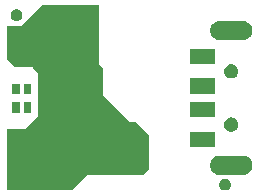
<source format=gbs>
G04 #@! TF.GenerationSoftware,KiCad,Pcbnew,(5.0.1)-4*
G04 #@! TF.CreationDate,2019-02-20T12:29:10+01:00*
G04 #@! TF.ProjectId,nk-fido2,6E6B2D6669646F322E6B696361645F70,R1*
G04 #@! TF.SameCoordinates,PX791ddc0PY5e69114*
G04 #@! TF.FileFunction,Soldermask,Bot*
G04 #@! TF.FilePolarity,Negative*
%FSLAX46Y46*%
G04 Gerber Fmt 4.6, Leading zero omitted, Abs format (unit mm)*
G04 Created by KiCad (PCBNEW (5.0.1)-4) date 20.02.2019 12:29:10*
%MOMM*%
%LPD*%
G01*
G04 APERTURE LIST*
%ADD10C,0.150000*%
G04 APERTURE END LIST*
D10*
G36*
X6625045Y-6872715D02*
X6716039Y-6910406D01*
X6797931Y-6965125D01*
X6867575Y-7034769D01*
X6922294Y-7116661D01*
X6959985Y-7207655D01*
X6979200Y-7304254D01*
X6979200Y-7402746D01*
X6959985Y-7499345D01*
X6922294Y-7590339D01*
X6867575Y-7672231D01*
X6797931Y-7741875D01*
X6716039Y-7796594D01*
X6625045Y-7834285D01*
X6528446Y-7853500D01*
X6429954Y-7853500D01*
X6333355Y-7834285D01*
X6242361Y-7796594D01*
X6160469Y-7741875D01*
X6090825Y-7672231D01*
X6036106Y-7590339D01*
X5998415Y-7499345D01*
X5979200Y-7402746D01*
X5979200Y-7304254D01*
X5998415Y-7207655D01*
X6036106Y-7116661D01*
X6090825Y-7034769D01*
X6160469Y-6965125D01*
X6242361Y-6910406D01*
X6333355Y-6872715D01*
X6429954Y-6853500D01*
X6528446Y-6853500D01*
X6625045Y-6872715D01*
X6625045Y-6872715D01*
G37*
G36*
X-4220800Y2871856D02*
X-4220320Y2866979D01*
X-4218897Y2862289D01*
X-4216587Y2857967D01*
X-4213478Y2854178D01*
X-3820800Y2461500D01*
X-3820800Y271856D01*
X-3820320Y266979D01*
X-3818897Y262289D01*
X-3816587Y257967D01*
X-3813478Y254178D01*
X-1528122Y-2031178D01*
X-1524333Y-2034287D01*
X-1520011Y-2036597D01*
X-1515321Y-2038020D01*
X-1510444Y-2038500D01*
X-1070800Y-2038500D01*
X29200Y-3138500D01*
X29200Y-6088500D01*
X-470800Y-6588500D01*
X-5210444Y-6588500D01*
X-5215321Y-6588980D01*
X-5220011Y-6590403D01*
X-5224333Y-6592713D01*
X-5228122Y-6595822D01*
X-6470800Y-7838500D01*
X-11970800Y-7838500D01*
X-11970800Y-2688500D01*
X-10481156Y-2688500D01*
X-10476279Y-2688020D01*
X-10471589Y-2686597D01*
X-10467267Y-2684287D01*
X-10463478Y-2681178D01*
X-9328122Y-1545822D01*
X-9325013Y-1542033D01*
X-9322703Y-1537711D01*
X-9321280Y-1533021D01*
X-9320800Y-1528144D01*
X-9320800Y2051144D01*
X-9321280Y2056021D01*
X-9322703Y2060711D01*
X-9325013Y2065033D01*
X-9328122Y2068822D01*
X-9813478Y2554178D01*
X-9817267Y2557287D01*
X-9821589Y2559597D01*
X-9826279Y2561020D01*
X-9831156Y2561500D01*
X-11320800Y2561500D01*
X-11970800Y3211500D01*
X-11970800Y6061500D01*
X-10781156Y6061500D01*
X-10776279Y6061980D01*
X-10771589Y6063403D01*
X-10767267Y6065713D01*
X-10763478Y6068822D01*
X-9020800Y7811500D01*
X-4220800Y7811500D01*
X-4220800Y2871856D01*
X-4220800Y2871856D01*
G37*
G36*
X8156029Y-4926764D02*
X8306937Y-4972542D01*
X8446015Y-5046880D01*
X8567917Y-5146923D01*
X8667960Y-5268825D01*
X8742298Y-5407903D01*
X8788076Y-5558811D01*
X8803533Y-5715750D01*
X8788076Y-5872689D01*
X8742298Y-6023597D01*
X8667960Y-6162675D01*
X8567917Y-6284577D01*
X8446015Y-6384620D01*
X8306937Y-6458958D01*
X8156029Y-6504736D01*
X8038414Y-6516320D01*
X5960786Y-6516320D01*
X5843171Y-6504736D01*
X5692263Y-6458958D01*
X5553185Y-6384620D01*
X5431283Y-6284577D01*
X5331240Y-6162675D01*
X5256902Y-6023597D01*
X5211124Y-5872689D01*
X5195667Y-5715750D01*
X5211124Y-5558811D01*
X5256902Y-5407903D01*
X5331240Y-5268825D01*
X5431283Y-5146923D01*
X5553185Y-5046880D01*
X5692263Y-4972542D01*
X5843171Y-4926764D01*
X5960786Y-4915180D01*
X8038414Y-4915180D01*
X8156029Y-4926764D01*
X8156029Y-4926764D01*
G37*
G36*
X5648510Y-4165550D02*
X3549530Y-4165550D01*
X3549530Y-2866670D01*
X5648510Y-2866670D01*
X5648510Y-4165550D01*
X5648510Y-4165550D01*
G37*
G36*
X7174587Y-1689574D02*
X7283764Y-1734796D01*
X7382021Y-1800449D01*
X7465581Y-1884009D01*
X7531234Y-1982266D01*
X7576456Y-2091443D01*
X7599510Y-2207344D01*
X7599510Y-2325516D01*
X7576456Y-2441417D01*
X7531234Y-2550594D01*
X7465581Y-2648851D01*
X7382021Y-2732411D01*
X7283764Y-2798064D01*
X7174587Y-2843286D01*
X7058686Y-2866340D01*
X6940514Y-2866340D01*
X6824613Y-2843286D01*
X6715436Y-2798064D01*
X6617179Y-2732411D01*
X6533619Y-2648851D01*
X6467966Y-2550594D01*
X6422744Y-2441417D01*
X6399690Y-2325516D01*
X6399690Y-2207344D01*
X6422744Y-2091443D01*
X6467966Y-1982266D01*
X6533619Y-1884009D01*
X6617179Y-1800449D01*
X6715436Y-1734796D01*
X6824613Y-1689574D01*
X6940514Y-1666520D01*
X7058686Y-1666520D01*
X7174587Y-1689574D01*
X7174587Y-1689574D01*
G37*
G36*
X5648510Y-1666190D02*
X3549530Y-1666190D01*
X3549530Y-367310D01*
X5648510Y-367310D01*
X5648510Y-1666190D01*
X5648510Y-1666190D01*
G37*
G36*
X-9925800Y-1303500D02*
X-10575800Y-1303500D01*
X-10575800Y-403500D01*
X-9925800Y-403500D01*
X-9925800Y-1303500D01*
X-9925800Y-1303500D01*
G37*
G36*
X-10865800Y-1303500D02*
X-11515800Y-1303500D01*
X-11515800Y-403500D01*
X-10865800Y-403500D01*
X-10865800Y-1303500D01*
X-10865800Y-1303500D01*
G37*
G36*
X-10865800Y296500D02*
X-11515800Y296500D01*
X-11515800Y1196500D01*
X-10865800Y1196500D01*
X-10865800Y296500D01*
X-10865800Y296500D01*
G37*
G36*
X-9925800Y296500D02*
X-10575800Y296500D01*
X-10575800Y1196500D01*
X-9925800Y1196500D01*
X-9925800Y296500D01*
X-9925800Y296500D01*
G37*
G36*
X5648510Y350570D02*
X3549530Y350570D01*
X3549530Y1649450D01*
X5648510Y1649450D01*
X5648510Y350570D01*
X5648510Y350570D01*
G37*
G36*
X7174587Y2811306D02*
X7283764Y2766084D01*
X7382021Y2700431D01*
X7465581Y2616871D01*
X7531234Y2518614D01*
X7576456Y2409437D01*
X7599510Y2293536D01*
X7599510Y2175364D01*
X7576456Y2059463D01*
X7531234Y1950286D01*
X7465581Y1852029D01*
X7382021Y1768469D01*
X7283764Y1702816D01*
X7174587Y1657594D01*
X7058686Y1634540D01*
X6940514Y1634540D01*
X6824613Y1657594D01*
X6715436Y1702816D01*
X6617179Y1768469D01*
X6533619Y1852029D01*
X6467966Y1950286D01*
X6422744Y2059463D01*
X6399690Y2175364D01*
X6399690Y2293536D01*
X6422744Y2409437D01*
X6467966Y2518614D01*
X6533619Y2616871D01*
X6617179Y2700431D01*
X6715436Y2766084D01*
X6824613Y2811306D01*
X6940514Y2834360D01*
X7058686Y2834360D01*
X7174587Y2811306D01*
X7174587Y2811306D01*
G37*
G36*
X5648510Y2834690D02*
X3549530Y2834690D01*
X3549530Y4133570D01*
X5648510Y4133570D01*
X5648510Y2834690D01*
X5648510Y2834690D01*
G37*
G36*
X8156029Y6472756D02*
X8306937Y6426978D01*
X8446015Y6352640D01*
X8567917Y6252597D01*
X8667960Y6130695D01*
X8742298Y5991617D01*
X8788076Y5840709D01*
X8803533Y5683770D01*
X8788076Y5526831D01*
X8742298Y5375923D01*
X8667960Y5236845D01*
X8567917Y5114943D01*
X8446015Y5014900D01*
X8306937Y4940562D01*
X8156029Y4894784D01*
X8038414Y4883200D01*
X5960786Y4883200D01*
X5843171Y4894784D01*
X5692263Y4940562D01*
X5553185Y5014900D01*
X5431283Y5114943D01*
X5331240Y5236845D01*
X5256902Y5375923D01*
X5211124Y5526831D01*
X5195667Y5683770D01*
X5211124Y5840709D01*
X5256902Y5991617D01*
X5331240Y6130695D01*
X5431283Y6252597D01*
X5553185Y6352640D01*
X5692263Y6426978D01*
X5843171Y6472756D01*
X5960786Y6484340D01*
X8038414Y6484340D01*
X8156029Y6472756D01*
X8156029Y6472756D01*
G37*
G36*
X-11024955Y7477285D02*
X-10933961Y7439594D01*
X-10852069Y7384875D01*
X-10782425Y7315231D01*
X-10727706Y7233339D01*
X-10690015Y7142345D01*
X-10670800Y7045746D01*
X-10670800Y6947254D01*
X-10690015Y6850655D01*
X-10727706Y6759661D01*
X-10782425Y6677769D01*
X-10852069Y6608125D01*
X-10933961Y6553406D01*
X-11024955Y6515715D01*
X-11121554Y6496500D01*
X-11220046Y6496500D01*
X-11316645Y6515715D01*
X-11407639Y6553406D01*
X-11489531Y6608125D01*
X-11559175Y6677769D01*
X-11613894Y6759661D01*
X-11651585Y6850655D01*
X-11670800Y6947254D01*
X-11670800Y7045746D01*
X-11651585Y7142345D01*
X-11613894Y7233339D01*
X-11559175Y7315231D01*
X-11489531Y7384875D01*
X-11407639Y7439594D01*
X-11316645Y7477285D01*
X-11220046Y7496500D01*
X-11121554Y7496500D01*
X-11024955Y7477285D01*
X-11024955Y7477285D01*
G37*
M02*

</source>
